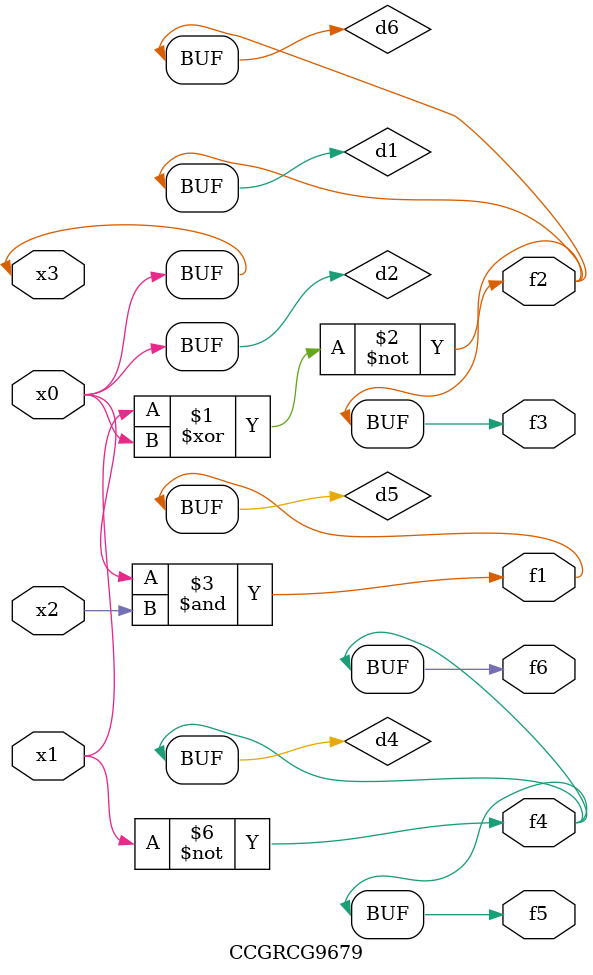
<source format=v>
module CCGRCG9679(
	input x0, x1, x2, x3,
	output f1, f2, f3, f4, f5, f6
);

	wire d1, d2, d3, d4, d5, d6;

	xnor (d1, x1, x3);
	buf (d2, x0, x3);
	nand (d3, x0, x2);
	not (d4, x1);
	nand (d5, d3);
	or (d6, d1);
	assign f1 = d5;
	assign f2 = d6;
	assign f3 = d6;
	assign f4 = d4;
	assign f5 = d4;
	assign f6 = d4;
endmodule

</source>
